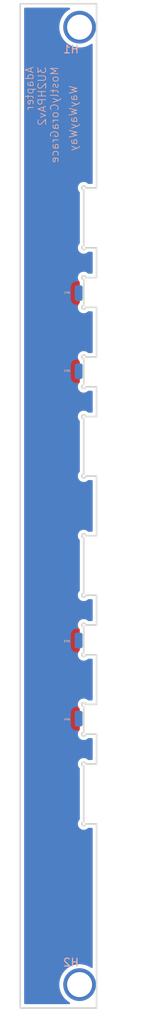
<source format=kicad_pcb>
(kicad_pcb (version 20241229) (generator "pcbnew") (generator_version "9.0")
  (layers (0 "F.Cu" signal) (2 "B.Cu" signal) (13 "F.Paste" user) (15 "B.Paste" user) (5 "F.SilkS" user "F.Silkscreen") (7 "B.SilkS" user "B.Silkscreen") (1 "F.Mask" user) (3 "B.Mask" user) (25 "Edge.Cuts" user))
  (net 0 "")
  (footprint "EXC:MountingHole_3.2mm_M3" (layer "F.Cu") (at 7.62 127.925)
    (property "Reference" "H2" (at 0 -2.84 0) (layer "B.SilkS") (effects (justify left mirror)))
    (property "Value" "Eurorack_M3_MountingHole")
    (pad "" thru_hole circle (at 0 0) (size 4.2 4.2) (drill 3.2) (layers "*.Cu" "*.Mask"))
  )
  (footprint "EXC:MountingHole_3.2mm_M3" (layer "F.Cu") (at 7.62 5.425)
    (property "Reference" "H1" (at 0 2.84 0) (layer "B.SilkS") (effects (justify left mirror)))
    (property "Value" "Eurorack_M3_MountingHole")
    (pad "" thru_hole circle (at 0 0) (size 4.2 4.2) (drill 3.2) (layers "*.Cu" "*.Mask"))
  )
  (footprint "EXC:SolderWirePad_1x01_SMD_1x2mm" (layer "B.Cu") (at 7.5 93.9 180)
    (property "Reference" "MP4" (at 1.5 -0.1 0) (layer "B.SilkS") (effects (font (size 0.25 0.25) (thickness 0.05) (bold yes)) (justify mirror)))
    (property "Value" "Mechanical_Pad_Solder_Linkage")
    (pad "1" smd roundrect (at 0 0 180) (size 1 2) (layers "B.Cu" "B.Mask" "B.Paste"))
  )
  (footprint "EXC:SolderWirePad_1x01_SMD_1x2mm" (layer "B.Cu") (at 7.5 49.45 180)
    (property "Reference" "MP2" (at 1.5 0.05 0) (layer "B.SilkS") (effects (font (size 0.25 0.25) (thickness 0.05) (bold yes)) (justify mirror)))
    (property "Value" "Mechanical_Pad_Solder_Linkage")
    (pad "1" smd roundrect (at 0 0 180) (size 1 2) (layers "B.Cu" "B.Mask" "B.Paste"))
  )
  (footprint "EXC:SolderWirePad_1x01_SMD_1x2mm" (layer "B.Cu") (at 7.5 83.9 180)
    (property "Reference" "MP3" (at 1.5 -0.1 0) (layer "B.SilkS") (effects (font (size 0.25 0.25) (thickness 0.05) (bold yes)) (justify mirror)))
    (property "Value" "Mechanical_Pad_Solder_Linkage")
    (pad "1" smd roundrect (at 0 0 180) (size 1 2) (layers "B.Cu" "B.Mask" "B.Paste"))
  )
  (footprint "EXC:SolderWirePad_1x01_SMD_1x2mm" (layer "B.Cu") (at 7.5 39.45 180)
    (property "Reference" "MP1" (at 1.5 0.05 0) (layer "B.SilkS") (effects (font (size 0.25 0.25) (thickness 0.05) (bold yes)) (justify mirror)))
    (property "Value" "Mechanical_Pad_Solder_Linkage")
    (pad "1" smd roundrect (at 0 0 180) (size 1 2) (layers "B.Cu" "B.Mask" "B.Paste"))
  )
  (gr_line (start 8.15 37.715) (end 8.15 41.025) (stroke (width 0.2)) (layer "Edge.Cuts"))
  (gr_arc (start 8.15 37.715) (mid 7.973223 37.288223) (end 8.4 37.465) (stroke (width 0.2)) (layer "Edge.Cuts"))
  (gr_line (start 9.8 33.655) (end 9.8 37.465) (stroke (width 0.2)) (layer "Edge.Cuts"))
  (gr_arc (start 8.4 107.365) (mid 7.973223 107.541777) (end 8.15 107.115) (stroke (width 0.2)) (layer "Edge.Cuts"))
  (gr_line (start 9.8 41.275) (end 9.8 47.625) (stroke (width 0.2)) (layer "Edge.Cuts"))
  (gr_line (start 9.8 85.725) (end 9.8 92.075) (stroke (width 0.2)) (layer "Edge.Cuts"))
  (gr_line (start 8.15 26.235) (end 8.15 33.405) (stroke (width 0.2)) (layer "Edge.Cuts"))
  (gr_line (start 9.8 95.8851) (end 9.8 99.6951) (stroke (width 0.2)) (layer "Edge.Cuts"))
  (gr_line (start 8.4 81.915) (end 9.8 81.915) (stroke (width 0.2)) (layer "Edge.Cuts"))
  (gr_arc (start 8.4 51.435) (mid 7.973223 51.611777) (end 8.15 51.185) (stroke (width 0.2)) (layer "Edge.Cuts"))
  (gr_line (start 8.15 92.325) (end 8.15 95.6351) (stroke (width 0.2)) (layer "Edge.Cuts"))
  (gr_line (start 8.4 99.6951) (end 9.8 99.6951) (stroke (width 0.2)) (layer "Edge.Cuts"))
  (gr_line (start 8.4 70.485) (end 9.8 70.485) (stroke (width 0.2)) (layer "Edge.Cuts"))
  (gr_line (start 8.15 99.9451) (end 8.15 107.115) (stroke (width 0.2)) (layer "Edge.Cuts"))
  (gr_line (start 8.4 62.865) (end 9.8 62.865) (stroke (width 0.2)) (layer "Edge.Cuts"))
  (gr_arc (start 8.15 26.235) (mid 7.973223 25.808223) (end 8.4 25.985) (stroke (width 0.2)) (layer "Edge.Cuts"))
  (gr_arc (start 8.15 55.495) (mid 7.973223 55.068223) (end 8.4 55.245) (stroke (width 0.2)) (layer "Edge.Cuts"))
  (gr_line (start 9.8 62.865) (end 9.8 70.485) (stroke (width 0.2)) (layer "Edge.Cuts"))
  (gr_line (start 8.4 37.465) (end 9.8 37.465) (stroke (width 0.2)) (layer "Edge.Cuts"))
  (gr_line (start 8.15 82.165) (end 8.15 85.475) (stroke (width 0.2)) (layer "Edge.Cuts"))
  (gr_line (start 9.8 78.105) (end 9.8 81.915) (stroke (width 0.2)) (layer "Edge.Cuts"))
  (gr_arc (start 8.15 99.9451) (mid 7.973223 99.518323) (end 8.4 99.6951) (stroke (width 0.2)) (layer "Edge.Cuts"))
  (gr_line (start 8.4 33.655) (end 9.8 33.655) (stroke (width 0.2)) (layer "Edge.Cuts"))
  (gr_line (start 8.4 92.075) (end 9.8 92.075) (stroke (width 0.2)) (layer "Edge.Cuts"))
  (gr_arc (start 8.4 78.105) (mid 7.973223 78.281777) (end 8.15 77.855) (stroke (width 0.2)) (layer "Edge.Cuts"))
  (gr_arc (start 8.4 41.275) (mid 7.973223 41.451777) (end 8.15 41.025) (stroke (width 0.2)) (layer "Edge.Cuts"))
  (gr_line (start 8.4 51.435) (end 9.8 51.435) (stroke (width 0.2)) (layer "Edge.Cuts"))
  (gr_line (start 0 2.425) (end 9.8 2.425) (stroke (width 0.2)) (layer "Edge.Cuts"))
  (gr_line (start 8.4 107.365) (end 9.8 107.365) (stroke (width 0.2)) (layer "Edge.Cuts"))
  (gr_line (start 8.15 47.875) (end 8.15 51.185) (stroke (width 0.2)) (layer "Edge.Cuts"))
  (gr_line (start 8.4 55.245) (end 9.8 55.245) (stroke (width 0.2)) (layer "Edge.Cuts"))
  (gr_line (start 0 130.925) (end 9.8 130.925) (stroke (width 0.2)) (layer "Edge.Cuts"))
  (gr_arc (start 8.15 70.735) (mid 7.973223 70.308223) (end 8.4 70.485) (stroke (width 0.2)) (layer "Edge.Cuts"))
  (gr_line (start 9.8 107.365) (end 9.8 130.925) (stroke (width 0.2)) (layer "Edge.Cuts"))
  (gr_line (start 8.4 78.105) (end 9.8 78.105) (stroke (width 0.2)) (layer "Edge.Cuts"))
  (gr_line (start 8.4 85.725) (end 9.8 85.725) (stroke (width 0.2)) (layer "Edge.Cuts"))
  (gr_arc (start 8.15 92.325) (mid 7.973223 91.898223) (end 8.4 92.075) (stroke (width 0.2)) (layer "Edge.Cuts"))
  (gr_arc (start 8.4 62.865) (mid 7.973223 63.041777) (end 8.15 62.615) (stroke (width 0.2)) (layer "Edge.Cuts"))
  (gr_line (start 8.4 47.625) (end 9.8 47.625) (stroke (width 0.2)) (layer "Edge.Cuts"))
  (gr_line (start 9.8 2.425) (end 9.8 25.985) (stroke (width 0.2)) (layer "Edge.Cuts"))
  (gr_arc (start 8.4 33.655) (mid 7.973223 33.831777) (end 8.15 33.405) (stroke (width 0.2)) (layer "Edge.Cuts"))
  (gr_line (start 8.15 55.495) (end 8.15 62.615) (stroke (width 0.2)) (layer "Edge.Cuts"))
  (gr_arc (start 8.15 82.165) (mid 7.973223 81.738223) (end 8.4 81.915) (stroke (width 0.2)) (layer "Edge.Cuts"))
  (gr_arc (start 8.4 85.725) (mid 7.973223 85.901777) (end 8.15 85.475) (stroke (width 0.2)) (layer "Edge.Cuts"))
  (gr_line (start 8.4 95.8851) (end 9.8 95.8851) (stroke (width 0.2)) (layer "Edge.Cuts"))
  (gr_line (start 8.15 70.735) (end 8.15 77.855) (stroke (width 0.2)) (layer "Edge.Cuts"))
  (gr_arc (start 8.4 95.8851) (mid 7.973223 96.061877) (end 8.15 95.6351) (stroke (width 0.2)) (layer "Edge.Cuts"))
  (gr_line (start 8.4 41.275) (end 9.8 41.275) (stroke (width 0.2)) (layer "Edge.Cuts"))
  (gr_line (start 8.4 25.985) (end 9.8 25.985) (stroke (width 0.2)) (layer "Edge.Cuts"))
  (gr_line (start 0 2.425) (end 0 130.925) (stroke (width 0.2)) (layer "Edge.Cuts"))
  (gr_arc (start 8.15 47.875) (mid 7.973223 47.448223) (end 8.4 47.625) (stroke (width 0.2)) (layer "Edge.Cuts"))
  (gr_line (start 9.8 51.435) (end 9.8 55.245) (stroke (width 0.2)) (layer "Edge.Cuts"))
  (gr_text "WayWayWay" (at 7.4 12.8 90) (layer "B.SilkS") (effects (font (size 1 1) (thickness 0.1)) (justify left bottom mirror)))
  (gr_text "Adapter\n3U2HPAv2\nMostlyCoraGrace" (at 5 10.4 90) (layer "B.SilkS") (effects (font (size 1 1) (thickness 0.1)) (justify left bottom mirror)))
  (zone (net 0) (net_name "") (layers "F.Cu" "B.Cu") (connect_pads (clearance 0.5)) (min_thickness 0.25) (fill yes (thermal_gap 0.5) (thermal_bridge_width 0.5) (island_removal_mode 1) (island_area_min 10))
    (polygon (pts (xy 0 2.425) (xy 9.8 2.425) (xy 9.8 25.985) (xy 8.15 25.985) (xy 8.15 33.655) (xy 9.8 33.655) (xy 9.8 37.465) (xy 8.15 37.465) (xy 8.15 41.275) (xy 9.8 41.275) (xy 9.8 47.625) (xy 8.15 47.625) (xy 8.15 51.435) (xy 9.8 51.435) (xy 9.8 55.245) (xy 8.15 55.245) (xy 8.15 62.865) (xy 9.8 62.865) (xy 9.8 70.485) (xy 8.15 70.485) (xy 8.15 78.105) (xy 9.8 78.105) (xy 9.8 81.915) (xy 8.15 81.915) (xy 8.15 85.725) (xy 9.8 85.725) (xy 9.8 92.075) (xy 8.15 92.075) (xy 8.15 95.8851) (xy 9.8 95.8851) (xy 9.8 99.6951) (xy 8.15 99.6951) (xy 8.15 107.365) (xy 9.8 107.365) (xy 9.8 130.925) (xy 0 130.925)))
  )
)
</source>
